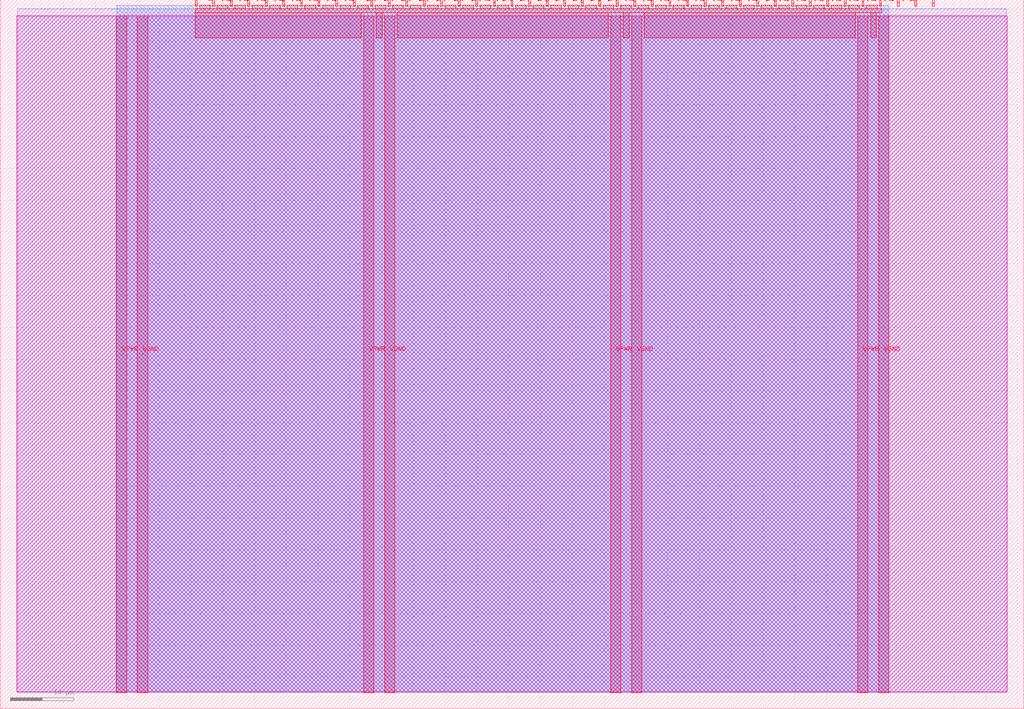
<source format=lef>
VERSION 5.7 ;
  NOWIREEXTENSIONATPIN ON ;
  DIVIDERCHAR "/" ;
  BUSBITCHARS "[]" ;
MACRO tt_um_wokwi_422961185855130625
  CLASS BLOCK ;
  FOREIGN tt_um_wokwi_422961185855130625 ;
  ORIGIN 0.000 0.000 ;
  SIZE 161.000 BY 111.520 ;
  PIN VGND
    DIRECTION INOUT ;
    USE GROUND ;
    PORT
      LAYER met4 ;
        RECT 21.580 2.480 23.180 109.040 ;
    END
    PORT
      LAYER met4 ;
        RECT 60.450 2.480 62.050 109.040 ;
    END
    PORT
      LAYER met4 ;
        RECT 99.320 2.480 100.920 109.040 ;
    END
    PORT
      LAYER met4 ;
        RECT 138.190 2.480 139.790 109.040 ;
    END
  END VGND
  PIN VPWR
    DIRECTION INOUT ;
    USE POWER ;
    PORT
      LAYER met4 ;
        RECT 18.280 2.480 19.880 109.040 ;
    END
    PORT
      LAYER met4 ;
        RECT 57.150 2.480 58.750 109.040 ;
    END
    PORT
      LAYER met4 ;
        RECT 96.020 2.480 97.620 109.040 ;
    END
    PORT
      LAYER met4 ;
        RECT 134.890 2.480 136.490 109.040 ;
    END
  END VPWR
  PIN clk
    DIRECTION INPUT ;
    USE SIGNAL ;
    PORT
      LAYER met4 ;
        RECT 143.830 110.520 144.130 111.520 ;
    END
  END clk
  PIN ena
    DIRECTION INPUT ;
    USE SIGNAL ;
    PORT
      LAYER met4 ;
        RECT 146.590 110.520 146.890 111.520 ;
    END
  END ena
  PIN rst_n
    DIRECTION INPUT ;
    USE SIGNAL ;
    PORT
      LAYER met4 ;
        RECT 141.070 110.520 141.370 111.520 ;
    END
  END rst_n
  PIN ui_in[0]
    DIRECTION INPUT ;
    USE SIGNAL ;
    ANTENNAGATEAREA 0.196500 ;
    PORT
      LAYER met4 ;
        RECT 138.310 110.520 138.610 111.520 ;
    END
  END ui_in[0]
  PIN ui_in[1]
    DIRECTION INPUT ;
    USE SIGNAL ;
    ANTENNAGATEAREA 0.196500 ;
    PORT
      LAYER met4 ;
        RECT 135.550 110.520 135.850 111.520 ;
    END
  END ui_in[1]
  PIN ui_in[2]
    DIRECTION INPUT ;
    USE SIGNAL ;
    ANTENNAGATEAREA 0.196500 ;
    PORT
      LAYER met4 ;
        RECT 132.790 110.520 133.090 111.520 ;
    END
  END ui_in[2]
  PIN ui_in[3]
    DIRECTION INPUT ;
    USE SIGNAL ;
    ANTENNAGATEAREA 0.196500 ;
    PORT
      LAYER met4 ;
        RECT 130.030 110.520 130.330 111.520 ;
    END
  END ui_in[3]
  PIN ui_in[4]
    DIRECTION INPUT ;
    USE SIGNAL ;
    ANTENNAGATEAREA 0.196500 ;
    PORT
      LAYER met4 ;
        RECT 127.270 110.520 127.570 111.520 ;
    END
  END ui_in[4]
  PIN ui_in[5]
    DIRECTION INPUT ;
    USE SIGNAL ;
    ANTENNAGATEAREA 0.159000 ;
    PORT
      LAYER met4 ;
        RECT 124.510 110.520 124.810 111.520 ;
    END
  END ui_in[5]
  PIN ui_in[6]
    DIRECTION INPUT ;
    USE SIGNAL ;
    ANTENNAGATEAREA 0.196500 ;
    PORT
      LAYER met4 ;
        RECT 121.750 110.520 122.050 111.520 ;
    END
  END ui_in[6]
  PIN ui_in[7]
    DIRECTION INPUT ;
    USE SIGNAL ;
    ANTENNAGATEAREA 0.159000 ;
    PORT
      LAYER met4 ;
        RECT 118.990 110.520 119.290 111.520 ;
    END
  END ui_in[7]
  PIN uio_in[0]
    DIRECTION INPUT ;
    USE SIGNAL ;
    PORT
      LAYER met4 ;
        RECT 116.230 110.520 116.530 111.520 ;
    END
  END uio_in[0]
  PIN uio_in[1]
    DIRECTION INPUT ;
    USE SIGNAL ;
    PORT
      LAYER met4 ;
        RECT 113.470 110.520 113.770 111.520 ;
    END
  END uio_in[1]
  PIN uio_in[2]
    DIRECTION INPUT ;
    USE SIGNAL ;
    PORT
      LAYER met4 ;
        RECT 110.710 110.520 111.010 111.520 ;
    END
  END uio_in[2]
  PIN uio_in[3]
    DIRECTION INPUT ;
    USE SIGNAL ;
    PORT
      LAYER met4 ;
        RECT 107.950 110.520 108.250 111.520 ;
    END
  END uio_in[3]
  PIN uio_in[4]
    DIRECTION INPUT ;
    USE SIGNAL ;
    PORT
      LAYER met4 ;
        RECT 105.190 110.520 105.490 111.520 ;
    END
  END uio_in[4]
  PIN uio_in[5]
    DIRECTION INPUT ;
    USE SIGNAL ;
    PORT
      LAYER met4 ;
        RECT 102.430 110.520 102.730 111.520 ;
    END
  END uio_in[5]
  PIN uio_in[6]
    DIRECTION INPUT ;
    USE SIGNAL ;
    PORT
      LAYER met4 ;
        RECT 99.670 110.520 99.970 111.520 ;
    END
  END uio_in[6]
  PIN uio_in[7]
    DIRECTION INPUT ;
    USE SIGNAL ;
    PORT
      LAYER met4 ;
        RECT 96.910 110.520 97.210 111.520 ;
    END
  END uio_in[7]
  PIN uio_oe[0]
    DIRECTION OUTPUT ;
    USE SIGNAL ;
    PORT
      LAYER met4 ;
        RECT 49.990 110.520 50.290 111.520 ;
    END
  END uio_oe[0]
  PIN uio_oe[1]
    DIRECTION OUTPUT ;
    USE SIGNAL ;
    PORT
      LAYER met4 ;
        RECT 47.230 110.520 47.530 111.520 ;
    END
  END uio_oe[1]
  PIN uio_oe[2]
    DIRECTION OUTPUT ;
    USE SIGNAL ;
    PORT
      LAYER met4 ;
        RECT 44.470 110.520 44.770 111.520 ;
    END
  END uio_oe[2]
  PIN uio_oe[3]
    DIRECTION OUTPUT ;
    USE SIGNAL ;
    PORT
      LAYER met4 ;
        RECT 41.710 110.520 42.010 111.520 ;
    END
  END uio_oe[3]
  PIN uio_oe[4]
    DIRECTION OUTPUT ;
    USE SIGNAL ;
    PORT
      LAYER met4 ;
        RECT 38.950 110.520 39.250 111.520 ;
    END
  END uio_oe[4]
  PIN uio_oe[5]
    DIRECTION OUTPUT ;
    USE SIGNAL ;
    PORT
      LAYER met4 ;
        RECT 36.190 110.520 36.490 111.520 ;
    END
  END uio_oe[5]
  PIN uio_oe[6]
    DIRECTION OUTPUT ;
    USE SIGNAL ;
    PORT
      LAYER met4 ;
        RECT 33.430 110.520 33.730 111.520 ;
    END
  END uio_oe[6]
  PIN uio_oe[7]
    DIRECTION OUTPUT ;
    USE SIGNAL ;
    PORT
      LAYER met4 ;
        RECT 30.670 110.520 30.970 111.520 ;
    END
  END uio_oe[7]
  PIN uio_out[0]
    DIRECTION OUTPUT ;
    USE SIGNAL ;
    PORT
      LAYER met4 ;
        RECT 72.070 110.520 72.370 111.520 ;
    END
  END uio_out[0]
  PIN uio_out[1]
    DIRECTION OUTPUT ;
    USE SIGNAL ;
    PORT
      LAYER met4 ;
        RECT 69.310 110.520 69.610 111.520 ;
    END
  END uio_out[1]
  PIN uio_out[2]
    DIRECTION OUTPUT ;
    USE SIGNAL ;
    PORT
      LAYER met4 ;
        RECT 66.550 110.520 66.850 111.520 ;
    END
  END uio_out[2]
  PIN uio_out[3]
    DIRECTION OUTPUT ;
    USE SIGNAL ;
    PORT
      LAYER met4 ;
        RECT 63.790 110.520 64.090 111.520 ;
    END
  END uio_out[3]
  PIN uio_out[4]
    DIRECTION OUTPUT ;
    USE SIGNAL ;
    PORT
      LAYER met4 ;
        RECT 61.030 110.520 61.330 111.520 ;
    END
  END uio_out[4]
  PIN uio_out[5]
    DIRECTION OUTPUT ;
    USE SIGNAL ;
    PORT
      LAYER met4 ;
        RECT 58.270 110.520 58.570 111.520 ;
    END
  END uio_out[5]
  PIN uio_out[6]
    DIRECTION OUTPUT ;
    USE SIGNAL ;
    PORT
      LAYER met4 ;
        RECT 55.510 110.520 55.810 111.520 ;
    END
  END uio_out[6]
  PIN uio_out[7]
    DIRECTION OUTPUT ;
    USE SIGNAL ;
    PORT
      LAYER met4 ;
        RECT 52.750 110.520 53.050 111.520 ;
    END
  END uio_out[7]
  PIN uo_out[0]
    DIRECTION OUTPUT ;
    USE SIGNAL ;
    ANTENNADIFFAREA 0.445500 ;
    PORT
      LAYER met4 ;
        RECT 94.150 110.520 94.450 111.520 ;
    END
  END uo_out[0]
  PIN uo_out[1]
    DIRECTION OUTPUT ;
    USE SIGNAL ;
    ANTENNADIFFAREA 0.445500 ;
    PORT
      LAYER met4 ;
        RECT 91.390 110.520 91.690 111.520 ;
    END
  END uo_out[1]
  PIN uo_out[2]
    DIRECTION OUTPUT ;
    USE SIGNAL ;
    ANTENNADIFFAREA 0.445500 ;
    PORT
      LAYER met4 ;
        RECT 88.630 110.520 88.930 111.520 ;
    END
  END uo_out[2]
  PIN uo_out[3]
    DIRECTION OUTPUT ;
    USE SIGNAL ;
    ANTENNADIFFAREA 0.445500 ;
    PORT
      LAYER met4 ;
        RECT 85.870 110.520 86.170 111.520 ;
    END
  END uo_out[3]
  PIN uo_out[4]
    DIRECTION OUTPUT ;
    USE SIGNAL ;
    ANTENNADIFFAREA 0.445500 ;
    PORT
      LAYER met4 ;
        RECT 83.110 110.520 83.410 111.520 ;
    END
  END uo_out[4]
  PIN uo_out[5]
    DIRECTION OUTPUT ;
    USE SIGNAL ;
    ANTENNADIFFAREA 0.445500 ;
    PORT
      LAYER met4 ;
        RECT 80.350 110.520 80.650 111.520 ;
    END
  END uo_out[5]
  PIN uo_out[6]
    DIRECTION OUTPUT ;
    USE SIGNAL ;
    ANTENNADIFFAREA 0.445500 ;
    PORT
      LAYER met4 ;
        RECT 77.590 110.520 77.890 111.520 ;
    END
  END uo_out[6]
  PIN uo_out[7]
    DIRECTION OUTPUT ;
    USE SIGNAL ;
    ANTENNADIFFAREA 0.445500 ;
    PORT
      LAYER met4 ;
        RECT 74.830 110.520 75.130 111.520 ;
    END
  END uo_out[7]
  OBS
      LAYER nwell ;
        RECT 2.570 2.635 158.430 108.990 ;
      LAYER li1 ;
        RECT 2.760 2.635 158.240 108.885 ;
      LAYER met1 ;
        RECT 2.760 2.480 158.240 110.120 ;
      LAYER met2 ;
        RECT 18.310 2.535 139.760 110.685 ;
      LAYER met3 ;
        RECT 18.290 2.555 139.780 110.665 ;
      LAYER met4 ;
        RECT 31.370 110.120 33.030 110.665 ;
        RECT 34.130 110.120 35.790 110.665 ;
        RECT 36.890 110.120 38.550 110.665 ;
        RECT 39.650 110.120 41.310 110.665 ;
        RECT 42.410 110.120 44.070 110.665 ;
        RECT 45.170 110.120 46.830 110.665 ;
        RECT 47.930 110.120 49.590 110.665 ;
        RECT 50.690 110.120 52.350 110.665 ;
        RECT 53.450 110.120 55.110 110.665 ;
        RECT 56.210 110.120 57.870 110.665 ;
        RECT 58.970 110.120 60.630 110.665 ;
        RECT 61.730 110.120 63.390 110.665 ;
        RECT 64.490 110.120 66.150 110.665 ;
        RECT 67.250 110.120 68.910 110.665 ;
        RECT 70.010 110.120 71.670 110.665 ;
        RECT 72.770 110.120 74.430 110.665 ;
        RECT 75.530 110.120 77.190 110.665 ;
        RECT 78.290 110.120 79.950 110.665 ;
        RECT 81.050 110.120 82.710 110.665 ;
        RECT 83.810 110.120 85.470 110.665 ;
        RECT 86.570 110.120 88.230 110.665 ;
        RECT 89.330 110.120 90.990 110.665 ;
        RECT 92.090 110.120 93.750 110.665 ;
        RECT 94.850 110.120 96.510 110.665 ;
        RECT 97.610 110.120 99.270 110.665 ;
        RECT 100.370 110.120 102.030 110.665 ;
        RECT 103.130 110.120 104.790 110.665 ;
        RECT 105.890 110.120 107.550 110.665 ;
        RECT 108.650 110.120 110.310 110.665 ;
        RECT 111.410 110.120 113.070 110.665 ;
        RECT 114.170 110.120 115.830 110.665 ;
        RECT 116.930 110.120 118.590 110.665 ;
        RECT 119.690 110.120 121.350 110.665 ;
        RECT 122.450 110.120 124.110 110.665 ;
        RECT 125.210 110.120 126.870 110.665 ;
        RECT 127.970 110.120 129.630 110.665 ;
        RECT 130.730 110.120 132.390 110.665 ;
        RECT 133.490 110.120 135.150 110.665 ;
        RECT 136.250 110.120 137.910 110.665 ;
        RECT 30.655 109.440 138.625 110.120 ;
        RECT 30.655 105.575 56.750 109.440 ;
        RECT 59.150 105.575 60.050 109.440 ;
        RECT 62.450 105.575 95.620 109.440 ;
        RECT 98.020 105.575 98.920 109.440 ;
        RECT 101.320 105.575 134.490 109.440 ;
        RECT 136.890 105.575 137.790 109.440 ;
  END
END tt_um_wokwi_422961185855130625
END LIBRARY


</source>
